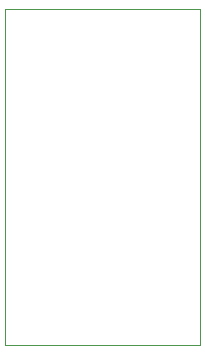
<source format=gbr>
%TF.GenerationSoftware,KiCad,Pcbnew,8.0.6*%
%TF.CreationDate,2025-03-06T20:58:28-05:00*%
%TF.ProjectId,ECE295,45434532-3935-42e6-9b69-6361645f7063,rev?*%
%TF.SameCoordinates,Original*%
%TF.FileFunction,Profile,NP*%
%FSLAX46Y46*%
G04 Gerber Fmt 4.6, Leading zero omitted, Abs format (unit mm)*
G04 Created by KiCad (PCBNEW 8.0.6) date 2025-03-06 20:58:28*
%MOMM*%
%LPD*%
G01*
G04 APERTURE LIST*
%TA.AperFunction,Profile*%
%ADD10C,0.050000*%
%TD*%
G04 APERTURE END LIST*
D10*
X131000000Y-83500000D02*
X147500000Y-83500000D01*
X147500000Y-112000000D01*
X131000000Y-112000000D01*
X131000000Y-83500000D01*
M02*

</source>
